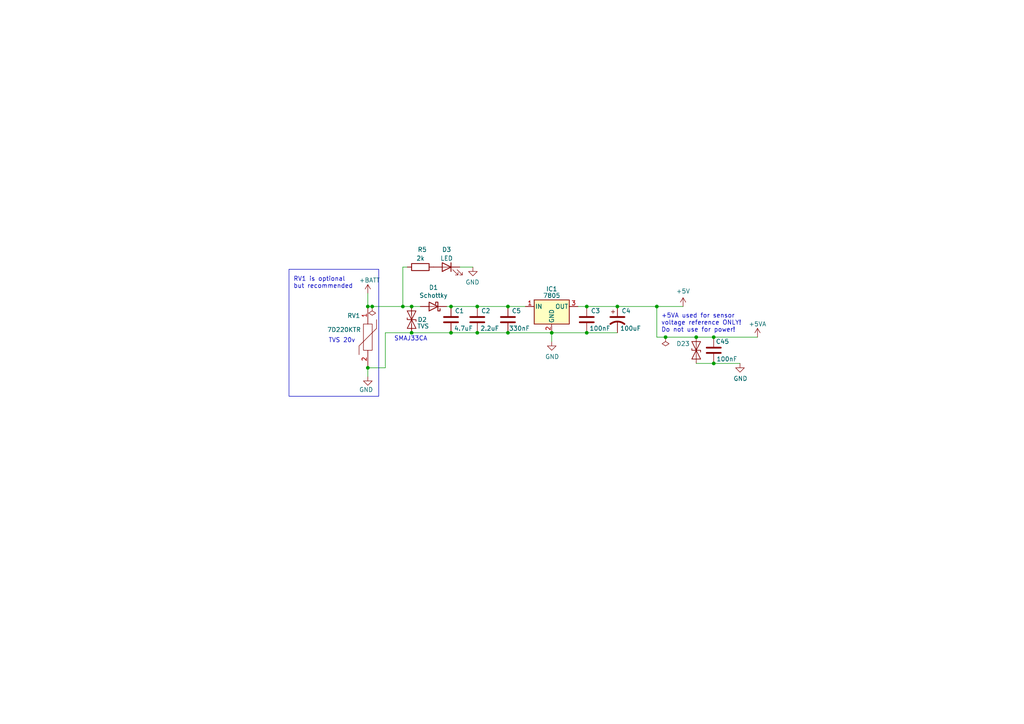
<source format=kicad_sch>
(kicad_sch (version 20231120) (generator "eeschema") (generator_version "8.0")
  (paper "A4")
  (title_block (title "Closed Deck X4") (date "2024-04-25") (rev "A") (company "OpenLogicEFI") (comment 1 "openlogicefi.com"))
  (lib_symbols
    (symbol "Device:C" (pin_numbers hide) (pin_names (offset 0.254))
      (property "Reference" "C" (at 0.635 2.54 0))
      (property "Value" "C" (at 0.635 -2.54 0))
      (symbol "C_0_1"
        (polyline (pts (xy -2.032 -0.762) (xy 2.032 -0.762)) (stroke (width 0.508)))
        (polyline (pts (xy -2.032 0.762) (xy 2.032 0.762)) (stroke (width 0.508)))
      )
      (symbol "C_1_1"
        (pin passive line (at 0 3.81 270) (length 2.794) (name "~") (number "1"))
        (pin passive line (at 0 -3.81 90) (length 2.794) (name "~") (number "2"))
      )
    )
    (symbol "Device:C_Polarized_US" (pin_numbers hide) (pin_names (offset 0.254) hide)
      (property "Reference" "C" (at 0.635 2.54 0))
      (property "Value" "C_Polarized_US" (at 0.635 -2.54 0))
      (symbol "C_Polarized_US_0_1"
        (polyline (pts (xy -2.032 0.762) (xy 2.032 0.762)) (stroke (width 0.508)))
        (polyline (pts (xy -1.778 2.286) (xy -0.762 2.286)))
        (polyline (pts (xy -1.27 1.778) (xy -1.27 2.794)))
        (arc (start 2.032 -1.27) (mid 0 -0.5572) (end -2.032 -1.27) (stroke (width 0.508)))
      )
      (symbol "C_Polarized_US_1_1"
        (pin passive line (at 0 3.81 270) (length 2.794) (name "~") (number "1"))
        (pin passive line (at 0 -3.81 90) (length 3.302) (name "~") (number "2"))
      )
    )
    (symbol "Device:D_Schottky" (pin_numbers hide) (pin_names (offset 1.016) hide)
      (property "Reference" "D" (at 0 2.54 0))
      (property "Value" "D_Schottky" (at 0 -2.54 0))
      (symbol "D_Schottky_0_1"
        (polyline (pts (xy 1.27 0) (xy -1.27 0)))
        (polyline (pts (xy 1.27 1.27) (xy 1.27 -1.27) (xy -1.27 0) (xy 1.27 1.27)) (stroke (width 0.254)))
        (polyline (pts (xy -1.905 0.635) (xy -1.905 1.27) (xy -1.27 1.27) (xy -1.27 -1.27) (xy -0.635 -1.27) (xy -0.635 -0.635)) (stroke (width 0.254)))
      )
      (symbol "D_Schottky_1_1"
        (pin passive line (at -3.81 0 0) (length 2.54) (name "K") (number "1"))
        (pin passive line (at 3.81 0 180) (length 2.54) (name "A") (number "2"))
      )
    )
    (symbol "Device:LED" (pin_numbers hide) (pin_names (offset 1.016) hide)
      (property "Reference" "D" (at 0 2.54 0))
      (property "Value" "LED" (at 0 -2.54 0))
      (symbol "LED_0_1"
        (polyline (pts (xy -1.27 -1.27) (xy -1.27 1.27)) (stroke (width 0.254)))
        (polyline (pts (xy -1.27 0) (xy 1.27 0)))
        (polyline (pts (xy 1.27 -1.27) (xy 1.27 1.27) (xy -1.27 0) (xy 1.27 -1.27)) (stroke (width 0.254)))
        (polyline (pts (xy -3.048 -0.762) (xy -4.572 -2.286) (xy -3.81 -2.286) (xy -4.572 -2.286) (xy -4.572 -1.524)))
        (polyline (pts (xy -1.778 -0.762) (xy -3.302 -2.286) (xy -2.54 -2.286) (xy -3.302 -2.286) (xy -3.302 -1.524)))
      )
      (symbol "LED_1_1"
        (pin passive line (at -3.81 0 0) (length 2.54) (name "K") (number "1"))
        (pin passive line (at 3.81 0 180) (length 2.54) (name "A") (number "2"))
      )
    )
    (symbol "Device:R" (pin_numbers hide) (pin_names (offset 0))
      (property "Reference" "R" (at 2.032 0 90))
      (property "Value" "R" (at 0 0 90))
      (symbol "R_0_1"
        (rectangle (start -1.016 -2.54) (end 1.016 2.54) (stroke (width 0.254)))
      )
      (symbol "R_1_1"
        (pin passive line (at 0 3.81 270) (length 1.27) (name "~") (number "1"))
        (pin passive line (at 0 -3.81 90) (length 1.27) (name "~") (number "2"))
      )
    )
    (symbol "Diode:SMAJ33CA" (pin_numbers hide) (pin_names (offset 1.016) hide)
      (property "Reference" "D" (at 0 2.54 0))
      (property "Value" "SMAJ33CA" (at 0 -2.54 0))
      (symbol "SMAJ33CA_0_1"
        (polyline (pts (xy 1.27 0) (xy -1.27 0)))
        (polyline (pts (xy -2.54 -1.27) (xy 0 0) (xy -2.54 1.27) (xy -2.54 -1.27)) (stroke (width 0.2032)))
        (polyline (pts (xy 0.508 1.27) (xy 0 1.27) (xy 0 -1.27) (xy -0.508 -1.27)) (stroke (width 0.2032)))
        (polyline (pts (xy 2.54 1.27) (xy 2.54 -1.27) (xy 0 0) (xy 2.54 1.27)) (stroke (width 0.2032)))
      )
      (symbol "SMAJ33CA_1_1"
        (pin passive line (at -3.81 0 0) (length 2.54) (name "A1") (number "1"))
        (pin passive line (at 3.81 0 180) (length 2.54) (name "A2") (number "2"))
      )
    )
    (symbol "Diode:SMAJ6.5CA" (pin_numbers hide) (pin_names (offset 1.016) hide)
      (property "Reference" "D" (at 0 2.54 0))
      (property "Value" "SMAJ6.5CA" (at 0 -2.54 0))
      (symbol "SMAJ6.5CA_0_1"
        (polyline (pts (xy 1.27 0) (xy -1.27 0)))
        (polyline (pts (xy -2.54 -1.27) (xy 0 0) (xy -2.54 1.27) (xy -2.54 -1.27)) (stroke (width 0.2032)))
        (polyline (pts (xy 0.508 1.27) (xy 0 1.27) (xy 0 -1.27) (xy -0.508 -1.27)) (stroke (width 0.2032)))
        (polyline (pts (xy 2.54 1.27) (xy 2.54 -1.27) (xy 0 0) (xy 2.54 1.27)) (stroke (width 0.2032)))
      )
      (symbol "SMAJ6.5CA_1_1"
        (pin passive line (at -3.81 0 0) (length 2.54) (name "A1") (number "1"))
        (pin passive line (at 3.81 0 180) (length 2.54) (name "A2") (number "2"))
      )
    )
    (symbol "MOV-07D220KTR:MOV-07D220KTR" (pin_names (offset 0.762))
      (property "Reference" "RV" (at 13.97 6.35 0))
      (property "Value" "MOV-07D220KTR" (at 13.97 3.81 0))
      (symbol "MOV-07D220KTR_0_0"
        (pin passive line (at 0 0 0) (length 5.08) (name "~") (number "1"))
        (pin passive line (at 17.78 0 180) (length 5.08) (name "~") (number "2"))
      )
      (symbol "MOV-07D220KTR_0_1"
        (polyline (pts (xy 3.81 -2.54) (xy 6.35 -2.54) (xy 11.43 2.54) (xy 13.97 2.54)) (stroke (width 0.1524)))
        (polyline (pts (xy 5.08 1.27) (xy 12.7 1.27) (xy 12.7 -1.27) (xy 5.08 -1.27) (xy 5.08 1.27)) (stroke (width 0.1524)))
      )
    )
    (symbol "Regulator_Linear:L7805" (pin_names (offset 0.254))
      (property "Reference" "U" (at -3.81 3.175 0))
      (property "Value" "L7805" (at 0 3.175 0))
      (symbol "L7805_0_1"
        (rectangle (start -5.08 1.905) (end 5.08 -5.08) (stroke (width 0.254)) (fill (type background)))
      )
      (symbol "L7805_1_1"
        (pin power_in line (at -7.62 0 0) (length 2.54) (name "IN") (number "1"))
        (pin power_in line (at 0 -7.62 90) (length 2.54) (name "GND") (number "2"))
        (pin power_out line (at 7.62 0 180) (length 2.54) (name "OUT") (number "3"))
      )
    )
    (symbol "power:+5V" (power) (pin_names (offset 0))
      (property "Value" "+5V" (at 0 3.556 0))
      (symbol "+5V_0_1"
        (polyline (pts (xy -0.762 1.27) (xy 0 2.54)))
        (polyline (pts (xy 0 0) (xy 0 2.54)))
        (polyline (pts (xy 0 2.54) (xy 0.762 1.27)))
      )
      (symbol "+5V_1_1"
        (pin power_in line (at 0 0 90) (length 0) hide (name "+5V") (number "1"))
      )
    )
    (symbol "power:+5VA" (power) (pin_names (offset 0))
      (property "Value" "+5VA" (at 0 3.556 0))
      (symbol "+5VA_0_1"
        (polyline (pts (xy -0.762 1.27) (xy 0 2.54)))
        (polyline (pts (xy 0 0) (xy 0 2.54)))
        (polyline (pts (xy 0 2.54) (xy 0.762 1.27)))
      )
      (symbol "+5VA_1_1"
        (pin power_in line (at 0 0 90) (length 0) hide (name "+5VA") (number "1"))
      )
    )
    (symbol "power:+BATT" (power) (pin_names (offset 0))
      (property "Value" "+BATT" (at 0 3.556 0))
      (symbol "+BATT_0_1"
        (polyline (pts (xy -0.762 1.27) (xy 0 2.54)))
        (polyline (pts (xy 0 0) (xy 0 2.54)))
        (polyline (pts (xy 0 2.54) (xy 0.762 1.27)))
      )
      (symbol "+BATT_1_1"
        (pin power_in line (at 0 0 90) (length 0) hide (name "+BATT") (number "1"))
      )
    )
    (symbol "power:GND" (power) (pin_names (offset 0))
      (property "Value" "GND" (at 0 -3.81 0))
      (symbol "GND_0_1"
        (polyline (pts (xy 0 0) (xy 0 -1.27) (xy 1.27 -1.27) (xy 0 -2.54) (xy -1.27 -1.27) (xy 0 -1.27)))
      )
      (symbol "GND_1_1"
        (pin power_in line (at 0 0 270) (length 0) hide (name "GND") (number "1"))
      )
    )
    (symbol "power:PWR_FLAG" (power) (pin_numbers hide) (pin_names (offset 0) hide)
      (property "Value" "PWR_FLAG" (at 0 3.81 0))
      (symbol "PWR_FLAG_0_0"
        (pin power_out line (at 0 0 90) (length 0) (name "pwr") (number "1"))
      )
      (symbol "PWR_FLAG_0_1"
        (polyline (pts (xy 0 0) (xy 0 1.27) (xy -1.016 1.905) (xy 0 2.54) (xy 1.016 1.905) (xy 0 1.27)))
      )
    )
  )
  (junction (at 160.02 96.52))
  (junction (at 147.32 88.9))
  (junction (at 106.68 106.68))
  (junction (at 130.81 96.52))
  (junction (at 170.18 88.9))
  (junction (at 106.68 88.9))
  (junction (at 119.38 96.52))
  (junction (at 147.32 96.52))
  (junction (at 170.18 96.52))
  (junction (at 179.07 88.9))
  (junction (at 193.04 97.79))
  (junction (at 107.95 88.9))
  (junction (at 116.84 88.9))
  (junction (at 207.01 105.41))
  (junction (at 201.93 97.79))
  (junction (at 207.01 97.79))
  (junction (at 138.43 96.52))
  (junction (at 190.5 88.9))
  (junction (at 130.81 88.9))
  (junction (at 138.43 88.9))
  (junction (at 119.38 88.9))
  (wire (pts (xy 138.43 96.52) (xy 147.32 96.52)))
  (wire (pts (xy 207.01 97.79) (xy 219.71 97.79)))
  (wire (pts (xy 201.93 97.79) (xy 207.01 97.79)))
  (wire (pts (xy 170.18 88.9) (xy 179.07 88.9)))
  (wire (pts (xy 137.16 77.47) (xy 133.35 77.47)))
  (wire (pts (xy 170.18 96.52) (xy 179.07 96.52)))
  (wire (pts (xy 190.5 88.9) (xy 190.5 97.79)))
  (wire (pts (xy 129.54 88.9) (xy 130.81 88.9)))
  (wire (pts (xy 116.84 77.47) (xy 116.84 88.9)))
  (wire (pts (xy 201.93 105.41) (xy 207.01 105.41)))
  (wire (pts (xy 130.81 96.52) (xy 138.43 96.52)))
  (wire (pts (xy 106.68 85.09) (xy 106.68 88.9)))
  (wire (pts (xy 138.43 88.9) (xy 147.32 88.9)))
  (wire (pts (xy 167.64 88.9) (xy 170.18 88.9)))
  (wire (pts (xy 106.68 88.9) (xy 107.95 88.9)))
  (wire (pts (xy 147.32 88.9) (xy 152.4 88.9)))
  (wire (pts (xy 193.04 97.79) (xy 190.5 97.79)))
  (wire (pts (xy 107.95 88.9) (xy 116.84 88.9)))
  (wire (pts (xy 111.76 96.52) (xy 119.38 96.52)))
  (wire (pts (xy 160.02 96.52) (xy 170.18 96.52)))
  (wire (pts (xy 147.32 96.52) (xy 160.02 96.52)))
  (wire (pts (xy 119.38 96.52) (xy 130.81 96.52)))
  (wire (pts (xy 119.38 88.9) (xy 121.92 88.9)))
  (wire (pts (xy 106.68 106.68) (xy 111.76 106.68)))
  (wire (pts (xy 207.01 105.41) (xy 214.63 105.41)))
  (wire (pts (xy 201.93 97.79) (xy 193.04 97.79)))
  (wire (pts (xy 118.11 77.47) (xy 116.84 77.47)))
  (wire (pts (xy 160.02 99.06) (xy 160.02 96.52)))
  (wire (pts (xy 116.84 88.9) (xy 119.38 88.9)))
  (wire (pts (xy 106.68 109.22) (xy 106.68 106.68)))
  (wire (pts (xy 179.07 88.9) (xy 190.5 88.9)))
  (wire (pts (xy 130.81 88.9) (xy 138.43 88.9)))
  (wire (pts (xy 190.5 88.9) (xy 198.12 88.9)))
  (wire (pts (xy 111.76 106.68) (xy 111.76 96.52)))
  (rectangle (start 83.82 78.105) (end 109.855 114.935))
  (text "TVS 20v" (at 95.25 99.568 0) (effects (font (size 1.27 1.27)) (justify left bottom)))
  (text "+5VA used for sensor\nvoltage reference ONLY! \nDo not use for power!" (at 191.77 96.52 0) (effects (font (size 1.27 1.27)) (justify left bottom)))
  (text "SMAJ33CA" (at 114.3 99.06 0) (effects (font (size 1.27 1.27)) (justify left bottom)))
  (text "RV1 is optional\nbut recommended" (at 85.09 83.82 0) (effects (font (size 1.27 1.27)) (justify left bottom)))
  (symbol (lib_id "power:GND") (at 160.02 99.06 0) (unit 1)
    (property "Reference" "#PWR020" (effects (hide yes)))
    (property "Value" "GND" (at 160.147 103.4542 0))
  )
  (symbol (lib_id "power:+5VA") (at 219.71 97.79 0) (unit 1)
    (property "Reference" "#PWR08" (effects (hide yes)))
    (property "Value" "+5VA" (at 219.71 93.98 0))
  )
  (symbol (lib_id "Device:C") (at 207.01 101.6 0) (unit 1)
    (property "Reference" "C45" (at 209.55 99.06 0))
    (property "Value" "100nF" (at 210.82 104.14 0))
    (property "Footprint" "Capacitor_SMD:C_0805_2012Metric" (effects (hide yes)))
    (property "Description" "Unpolarized capacitor" (effects (hide yes)))
    (property "LCSC" "C49678" (effects (hide yes)))
    (property "Manufacture Part Number" "CC0805KRX7R9BB104" (effects (hide yes)))
  )
  (symbol (lib_id "power:GND") (at 106.68 109.22 0) (mirror y) (unit 1)
    (property "Reference" "#PWR011" (effects (hide yes)))
    (property "Value" "GND" (at 104.14 113.03 0) (effects (justify right)))
  )
  (symbol (lib_id "Regulator_Linear:L7805") (at 160.02 88.9 0) (unit 1)
    (property "Reference" "IC1" (at 160.02 83.82 0))
    (property "Value" "7805" (at 160.02 85.725 0))
    (property "Footprint" "Detonation:TO-252-2-Thermal-with-Silk" (effects (hide yes)))
    (property "Datasheet" "https://wmsc.lcsc.com/wmsc/upload/file/pdf/v2/lcsc/2307281528_STMicroelectronics-L78M05ABDT-TR_C58069.pdf" (effects (hide yes)))
    (property "Description" "62dB@(120Hz) 500mA Fixed 5V Positive electrode 35V TO-252-2(DPAK) Linear Voltage Regulators (LDO) ROHS" (effects (hide yes)))
    (property "LCSC" "C58069" (effects (hide yes)))
    (property "Manufacture Part Number" "L78M05ABDT-TR " (effects (hide yes)))
  )
  (symbol (lib_id "power:GND") (at 137.16 77.47 0) (mirror y) (unit 1)
    (property "Reference" "#PWR0110" (effects (hide yes)))
    (property "Value" "GND" (at 137.033 81.8642 0))
  )
  (symbol (lib_id "Diode:SMAJ33CA") (at 119.38 92.71 90) (unit 1)
    (property "Reference" "D2" (at 123.825 92.71 90) (effects (justify left)))
    (property "Value" "TVS" (at 124.46 94.615 90) (effects (justify left)))
    (property "Footprint" "Diode_SMD:D_SMA" (effects (hide yes)))
    (property "Description" "400W bidirectional Transient Voltage Suppressor, 33.0Vr, SMA(DO-214AC)" (effects (hide yes)))
    (property "LCSC" "C3019524" (effects (hide yes)))
    (property "Manufacture Part Number" "P6SMAJ33CA" (effects (hide yes)))
  )
  (symbol (lib_id "Device:C") (at 130.81 92.71 0) (unit 1)
    (property "Reference" "C1" (at 134.62 90.17 0) (effects (justify right)))
    (property "Value" "4.7uF" (at 137.16 95.25 0) (effects (justify right)))
    (property "Footprint" "Capacitor_SMD:C_1206_3216Metric" (effects (hide yes)))
    (property "Description" "Unpolarized capacitor" (effects (hide yes)))
    (property "Manufacture Part Number" "1206B475K500NT" (effects (hide yes)))
    (property "LCSC" "C29823" (effects (hide yes)))
  )
  (symbol (lib_id "Device:R") (at 121.92 77.47 270) (unit 1)
    (property "Reference" "R5" (at 123.825 72.39 90) (effects (justify right)))
    (property "Value" "2k" (at 123.19 74.93 90) (effects (justify right)))
    (property "Footprint" "Resistor_SMD:R_0402_1005Metric" (effects (hide yes)))
    (property "Description" "Resistor" (effects (hide yes)))
    (property "LCSC" "C4109" (effects (hide yes)))
    (property "Manufacture Part Number" "0402WGF2001TCE" (effects (hide yes)))
  )
  (symbol (lib_id "Device:C") (at 170.18 92.71 0) (unit 1)
    (property "Reference" "C3" (at 172.72 90.17 0))
    (property "Value" "100nF" (at 173.99 95.25 0))
    (property "Footprint" "Capacitor_SMD:C_0805_2012Metric" (effects (hide yes)))
    (property "Description" "Unpolarized capacitor" (effects (hide yes)))
    (property "LCSC" "C49678" (effects (hide yes)))
    (property "Manufacture Part Number" "CC0805KRX7R9BB104" (effects (hide yes)))
  )
  (symbol (lib_id "Device:D_Schottky") (at 125.73 88.9 180) (unit 1)
    (property "Reference" "D1" (at 125.73 83.3882 0))
    (property "Value" "Schottky" (at 125.73 85.6996 0))
    (property "Footprint" "Diode_SMD:D_SMA" (effects (hide yes)))
    (property "Description" "Schottky diode" (effects (hide yes)))
    (property "LCSC" "C22452" (effects (hide yes)))
    (property "Manufacture Part Number" "SS54" (effects (hide yes)))
  )
  (symbol (lib_id "Diode:SMAJ6.5CA") (at 201.93 101.6 90) (unit 1)
    (property "Reference" "D23" (at 198.12 99.695 90))
    (property "Value" "SMF6.0CA" (effects (hide yes)))
    (property "Footprint" "Diode_SMD:D_SOD-123F" (effects (hide yes)))
    (property "Description" "400W bidirectional Transient Voltage Suppressor, 6.5Vr, SMA(DO-214AC)" (effects (hide yes)))
    (property "LCSC" "C2990473" (effects (hide yes)))
  )
  (symbol (lib_id "Device:C") (at 138.43 92.71 0) (unit 1)
    (property "Reference" "C2" (at 142.24 90.17 0) (effects (justify right)))
    (property "Value" "2.2uF" (at 144.78 95.25 0) (effects (justify right)))
    (property "Footprint" "Capacitor_SMD:C_1206_3216Metric" (effects (hide yes)))
    (property "Description" "Unpolarized capacitor" (effects (hide yes)))
    (property "Manufacture Part Number" "CL31B225KBHNNNE" (effects (hide yes)))
    (property "LCSC" "C50254" (effects (hide yes)))
  )
  (symbol (lib_id "Device:C") (at 147.32 92.71 0) (unit 1)
    (property "Reference" "C5" (at 151.13 90.17 0) (effects (justify right)))
    (property "Value" "330nF" (at 153.67 95.25 0) (effects (justify right)))
    (property "Footprint" "Capacitor_SMD:C_0805_2012Metric" (effects (hide yes)))
    (property "Description" "Unpolarized capacitor" (effects (hide yes)))
    (property "LCSC" "C1740" (effects (hide yes)))
    (property "Manufacture Part Number" "0805B334K500NT" (effects (hide yes)))
  )
  (symbol (lib_id "power:GND") (at 214.63 105.41 0) (unit 1)
    (property "Reference" "#PWR0106" (effects (hide yes)))
    (property "Value" "GND" (at 214.757 109.8042 0))
  )
  (symbol (lib_id "power:+5V") (at 198.12 88.9 0) (unit 1)
    (property "Reference" "#PWR021" (effects (hide yes)))
    (property "Value" "+5V" (at 198.12 84.455 0))
  )
  (symbol (lib_id "Device:LED") (at 129.54 77.47 0) (mirror y) (unit 1)
    (property "Reference" "D3" (at 129.54 72.39 0))
    (property "Value" "LED" (at 129.54 74.93 0))
    (property "Footprint" "LED_SMD:LED_0603_1608Metric" (effects (hide yes)))
    (property "Description" "Light emitting diode" (effects (hide yes)))
    (property "LCSC" "C2286" (effects (hide yes)))
    (property "Manufacture Part Number" "KT-0603R" (effects (hide yes)))
  )
  (symbol (lib_id "power:+BATT") (at 106.68 85.09 0) (unit 1)
    (property "Reference" "#PWR06" (effects (hide yes)))
    (property "Value" "+BATT" (at 104.14 81.28 0) (effects (justify left)))
  )
  (symbol (lib_id "MOV-07D220KTR:MOV-07D220KTR") (at 106.68 88.9 90) (mirror x) (unit 1) (exclude_from_sim yes) (in_bom no)
    (property "Reference" "RV1" (at 100.711 91.567 90) (effects (justify right)))
    (property "Value" "7D220KTR" (at 94.869 95.631 90) (effects (justify right)))
    (property "Footprint" "Detonation:MOV07D220KTR" (effects (hide yes)))
    (property "Description" "Varistors 2300pF 22volts 10% MOV-07DxxxK Series - Metal Oxide Varistor" (effects (hide yes)))
    (property "Manufacturer_Name" "Bourns" (effects (hide yes)))
  )
  (symbol (lib_id "power:PWR_FLAG") (at 107.95 88.9 180) (unit 1)
    (property "Reference" "#FLG06" (effects (hide yes)))
    (property "Value" "PWR_FLAG" (effects (hide yes)))
  )
  (symbol (lib_id "power:PWR_FLAG") (at 193.04 97.79 180) (unit 1)
    (property "Reference" "#FLG03" (effects (hide yes)))
    (property "Value" "PWR_FLAG" (effects (hide yes)))
  )
  (symbol (lib_id "Device:C_Polarized_US") (at 179.07 92.71 0) (unit 1)
    (property "Reference" "C4" (at 181.61 90.17 0))
    (property "Value" "100uF" (at 182.88 95.25 0))
    (property "Footprint" "Capacitor_Tantalum_SMD:CP_EIA-3528-15_AVX-H" (effects (hide yes)))
    (property "Description" "Polarized capacitor, US symbol" (effects (hide yes)))
    (property "LCSC" "C16133" (effects (hide yes)))
    (property "Manufacture Part Number" "TAJB107K006RNJ" (effects (hide yes)))
  )
)
</source>
